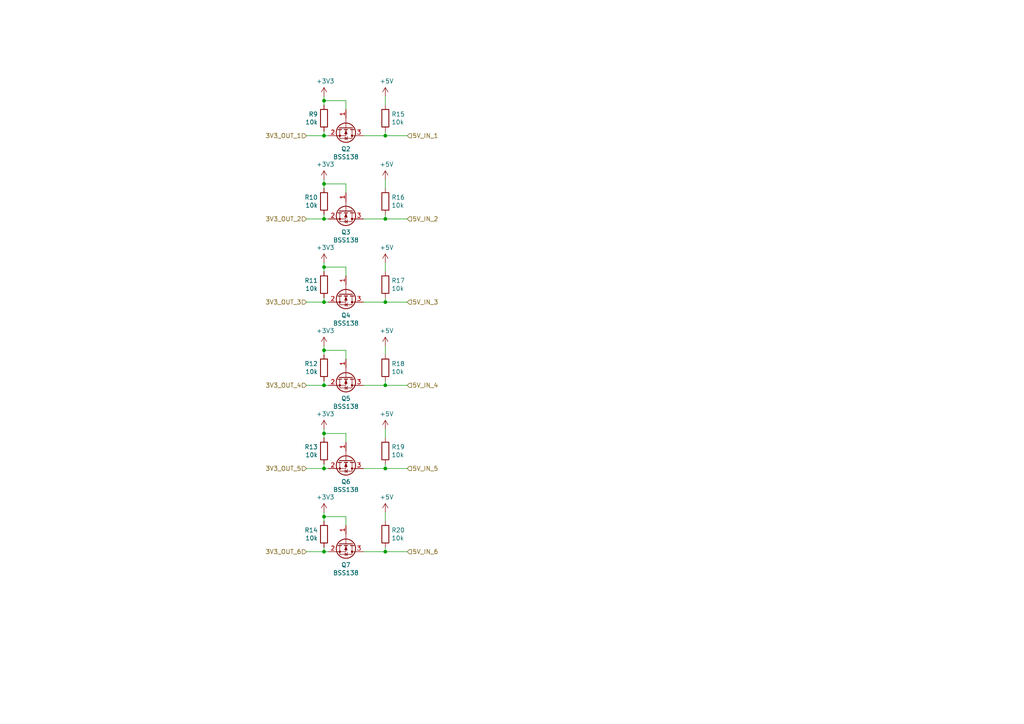
<source format=kicad_sch>
(kicad_sch (version 20211123) (generator eeschema)
  (paper "A4")
  (title_block (title "ESP32 GRBL SUB-D25") (date "2022-12-18") (rev "1.1") (company "Jochen Steinmann") (comment 1 "modified by Tobias Sachs"))
  (lib_symbols
    (symbol "Device:R" (pin_numbers hide) (pin_names (offset 0))
      (property "Reference" "R" (at 2.032 0 90))
      (property "Value" "R" (at 0 0 90))
      (symbol "R_0_1"
        (rectangle (start -1.016 -2.54) (end 1.016 2.54) (stroke (width 0.254)))
      )
      (symbol "R_1_1"
        (pin passive line (at 0 3.81 270) (length 1.27) (name "~") (number "1"))
        (pin passive line (at 0 -3.81 90) (length 1.27) (name "~") (number "2"))
      )
    )
    (symbol "ESP32_GRBL_SUBD-rescue:+3.3V-power" (power) (pin_names (offset 0))
      (property "Value" "+3.3V-power" (at 0 3.556 0))
      (symbol "+3.3V-power_0_1"
        (polyline (pts (xy -0.762 1.27) (xy 0 2.54)))
        (polyline (pts (xy 0 0) (xy 0 2.54)))
        (polyline (pts (xy 0 2.54) (xy 0.762 1.27)))
      )
      (symbol "+3.3V-power_1_1"
        (pin power_in line (at 0 0 90) (length 0) hide (name "+3V3") (number "1"))
      )
    )
    (symbol "Transistor_FET:BSS138" (pin_names hide)
      (property "Reference" "Q" (at 5.08 1.905 0))
      (property "Value" "BSS138" (at 5.08 0 0))
      (symbol "BSS138_0_1"
        (polyline (pts (xy 0.254 0) (xy -2.54 0)))
        (polyline (pts (xy 0.254 1.905) (xy 0.254 -1.905)) (stroke (width 0.254)))
        (polyline (pts (xy 0.762 -1.27) (xy 0.762 -2.286)) (stroke (width 0.254)))
        (polyline (pts (xy 0.762 0.508) (xy 0.762 -0.508)) (stroke (width 0.254)))
        (polyline (pts (xy 0.762 2.286) (xy 0.762 1.27)) (stroke (width 0.254)))
        (polyline (pts (xy 2.54 2.54) (xy 2.54 1.778)))
        (polyline (pts (xy 2.54 -2.54) (xy 2.54 0) (xy 0.762 0)))
        (polyline (pts (xy 0.762 -1.778) (xy 3.302 -1.778) (xy 3.302 1.778) (xy 0.762 1.778)))
        (polyline (pts (xy 1.016 0) (xy 2.032 0.381) (xy 2.032 -0.381) (xy 1.016 0)) (fill (type outline)))
        (polyline (pts (xy 2.794 0.508) (xy 2.921 0.381) (xy 3.683 0.381) (xy 3.81 0.254)))
        (polyline (pts (xy 3.302 0.381) (xy 2.921 -0.254) (xy 3.683 -0.254) (xy 3.302 0.381)))
        (circle (center 1.651 0) (radius 2.794) (stroke (width 0.254)))
        (circle (center 2.54 -1.778) (radius 0.254) (fill (type outline)))
        (circle (center 2.54 1.778) (radius 0.254) (fill (type outline)))
      )
      (symbol "BSS138_1_1"
        (pin input line (at -5.08 0 0) (length 2.54) (name "G") (number "1"))
        (pin passive line (at 2.54 -5.08 90) (length 2.54) (name "S") (number "2"))
        (pin passive line (at 2.54 5.08 270) (length 2.54) (name "D") (number "3"))
      )
    )
    (symbol "power:+5V" (power) (pin_names (offset 0))
      (property "Value" "+5V" (at 0 3.556 0))
      (symbol "+5V_0_1"
        (polyline (pts (xy -0.762 1.27) (xy 0 2.54)))
        (polyline (pts (xy 0 0) (xy 0 2.54)))
        (polyline (pts (xy 0 2.54) (xy 0.762 1.27)))
      )
      (symbol "+5V_1_1"
        (pin power_in line (at 0 0 90) (length 0) hide (name "+5V") (number "1"))
      )
    )
  )
  (junction (at 93.98 87.63))
  (junction (at 111.76 111.76))
  (junction (at 93.98 63.5))
  (junction (at 111.76 39.37))
  (junction (at 93.98 160.02))
  (junction (at 93.98 53.34))
  (junction (at 93.98 39.37))
  (junction (at 111.76 87.63))
  (junction (at 93.98 125.73))
  (junction (at 111.76 63.5))
  (junction (at 93.98 135.89))
  (junction (at 93.98 111.76))
  (junction (at 111.76 160.02))
  (junction (at 93.98 149.86))
  (junction (at 93.98 77.47))
  (junction (at 93.98 101.6))
  (junction (at 93.98 29.21))
  (junction (at 111.76 135.89))
  (wire (pts (xy 93.98 77.47) (xy 100.33 77.47)))
  (wire (pts (xy 93.98 76.2) (xy 93.98 77.47)))
  (wire (pts (xy 111.76 87.63) (xy 111.76 86.36)))
  (wire (pts (xy 111.76 135.89) (xy 111.76 134.62)))
  (wire (pts (xy 105.41 63.5) (xy 111.76 63.5)))
  (wire (pts (xy 100.33 101.6) (xy 100.33 104.14)))
  (wire (pts (xy 105.41 160.02) (xy 111.76 160.02)))
  (wire (pts (xy 93.98 160.02) (xy 93.98 158.75)))
  (wire (pts (xy 93.98 135.89) (xy 88.9 135.89)))
  (wire (pts (xy 93.98 100.33) (xy 93.98 101.6)))
  (wire (pts (xy 100.33 29.21) (xy 100.33 31.75)))
  (wire (pts (xy 111.76 135.89) (xy 118.11 135.89)))
  (wire (pts (xy 93.98 77.47) (xy 93.98 78.74)))
  (wire (pts (xy 93.98 160.02) (xy 88.9 160.02)))
  (wire (pts (xy 111.76 54.61) (xy 111.76 52.07)))
  (wire (pts (xy 105.41 87.63) (xy 111.76 87.63)))
  (wire (pts (xy 111.76 39.37) (xy 111.76 38.1)))
  (wire (pts (xy 100.33 53.34) (xy 100.33 55.88)))
  (wire (pts (xy 93.98 87.63) (xy 88.9 87.63)))
  (wire (pts (xy 93.98 53.34) (xy 93.98 54.61)))
  (wire (pts (xy 111.76 30.48) (xy 111.76 27.94)))
  (wire (pts (xy 93.98 39.37) (xy 88.9 39.37)))
  (wire (pts (xy 93.98 111.76) (xy 88.9 111.76)))
  (wire (pts (xy 93.98 149.86) (xy 100.33 149.86)))
  (wire (pts (xy 111.76 39.37) (xy 118.11 39.37)))
  (wire (pts (xy 105.41 135.89) (xy 111.76 135.89)))
  (wire (pts (xy 95.25 111.76) (xy 93.98 111.76)))
  (wire (pts (xy 93.98 111.76) (xy 93.98 110.49)))
  (wire (pts (xy 93.98 101.6) (xy 93.98 102.87)))
  (wire (pts (xy 93.98 52.07) (xy 93.98 53.34)))
  (wire (pts (xy 93.98 27.94) (xy 93.98 29.21)))
  (wire (pts (xy 100.33 149.86) (xy 100.33 152.4)))
  (wire (pts (xy 111.76 160.02) (xy 111.76 158.75)))
  (wire (pts (xy 93.98 149.86) (xy 93.98 151.13)))
  (wire (pts (xy 111.76 151.13) (xy 111.76 148.59)))
  (wire (pts (xy 111.76 111.76) (xy 118.11 111.76)))
  (wire (pts (xy 93.98 53.34) (xy 100.33 53.34)))
  (wire (pts (xy 111.76 63.5) (xy 118.11 63.5)))
  (wire (pts (xy 93.98 63.5) (xy 88.9 63.5)))
  (wire (pts (xy 105.41 111.76) (xy 111.76 111.76)))
  (wire (pts (xy 93.98 29.21) (xy 93.98 30.48)))
  (wire (pts (xy 93.98 125.73) (xy 100.33 125.73)))
  (wire (pts (xy 111.76 127) (xy 111.76 124.46)))
  (wire (pts (xy 93.98 148.59) (xy 93.98 149.86)))
  (wire (pts (xy 111.76 78.74) (xy 111.76 76.2)))
  (wire (pts (xy 111.76 111.76) (xy 111.76 110.49)))
  (wire (pts (xy 100.33 77.47) (xy 100.33 80.01)))
  (wire (pts (xy 105.41 39.37) (xy 111.76 39.37)))
  (wire (pts (xy 93.98 39.37) (xy 93.98 38.1)))
  (wire (pts (xy 93.98 124.46) (xy 93.98 125.73)))
  (wire (pts (xy 95.25 135.89) (xy 93.98 135.89)))
  (wire (pts (xy 93.98 29.21) (xy 100.33 29.21)))
  (wire (pts (xy 95.25 39.37) (xy 93.98 39.37)))
  (wire (pts (xy 95.25 63.5) (xy 93.98 63.5)))
  (wire (pts (xy 93.98 135.89) (xy 93.98 134.62)))
  (wire (pts (xy 93.98 101.6) (xy 100.33 101.6)))
  (wire (pts (xy 111.76 87.63) (xy 118.11 87.63)))
  (wire (pts (xy 111.76 102.87) (xy 111.76 100.33)))
  (wire (pts (xy 100.33 125.73) (xy 100.33 128.27)))
  (wire (pts (xy 93.98 63.5) (xy 93.98 62.23)))
  (wire (pts (xy 93.98 125.73) (xy 93.98 127)))
  (wire (pts (xy 93.98 87.63) (xy 93.98 86.36)))
  (wire (pts (xy 111.76 63.5) (xy 111.76 62.23)))
  (wire (pts (xy 111.76 160.02) (xy 118.11 160.02)))
  (wire (pts (xy 95.25 87.63) (xy 93.98 87.63)))
  (wire (pts (xy 95.25 160.02) (xy 93.98 160.02)))
  (hierarchical_label "3V3_OUT_2" (shape input) (at 88.9 63.5 180))
  (hierarchical_label "5V_IN_6" (shape input) (at 118.11 160.02 0))
  (hierarchical_label "3V3_OUT_3" (shape input) (at 88.9 87.63 180))
  (hierarchical_label "5V_IN_3" (shape input) (at 118.11 87.63 0))
  (hierarchical_label "3V3_OUT_4" (shape input) (at 88.9 111.76 180))
  (hierarchical_label "3V3_OUT_1" (shape input) (at 88.9 39.37 180))
  (hierarchical_label "5V_IN_5" (shape input) (at 118.11 135.89 0))
  (hierarchical_label "3V3_OUT_5" (shape input) (at 88.9 135.89 180))
  (hierarchical_label "3V3_OUT_6" (shape input) (at 88.9 160.02 180))
  (hierarchical_label "5V_IN_2" (shape input) (at 118.11 63.5 0))
  (hierarchical_label "5V_IN_4" (shape input) (at 118.11 111.76 0))
  (hierarchical_label "5V_IN_1" (shape input) (at 118.11 39.37 0))
  (symbol (lib_id "Transistor_FET:BSS138") (at 100.33 36.83 270) (unit 1)
    (property "Reference" "Q2" (at 100.33 43.2054 90))
    (property "Value" "BSS138" (at 100.33 45.5168 90))
    (property "Footprint" "Package_TO_SOT_SMD:SOT-23" (effects hide))
    (property "Datasheet" "https://www.fairchildsemi.com/datasheets/BS/BSS138.pdf" (effects hide))
  )
  (symbol (lib_id "Device:R") (at 111.76 34.29 0) (unit 1)
    (property "Reference" "R15" (at 113.538 33.1216 0) (effects (justify left)))
    (property "Value" "10k" (at 113.538 35.433 0) (effects (justify left)))
    (property "Footprint" "Resistor_SMD:R_0603_1608Metric" (effects hide))
  )
  (symbol (lib_id "Device:R") (at 93.98 34.29 0) (unit 1)
    (property "Reference" "R9" (at 92.202 33.1216 0) (effects (justify right)))
    (property "Value" "10k" (at 92.202 35.433 0) (effects (justify right)))
    (property "Footprint" "Resistor_SMD:R_0603_1608Metric" (effects hide))
  )
  (symbol (lib_id "ESP32_GRBL_SUBD-rescue:+3.3V-power") (at 93.98 27.94 0) (unit 1)
    (property "Reference" "#PWR032" (effects hide))
    (property "Value" "+3.3V" (at 94.361 23.5458 0))
  )
  (symbol (lib_id "power:+5V") (at 111.76 27.94 0) (unit 1)
    (property "Reference" "#PWR038" (effects hide))
    (property "Value" "+5V" (at 112.141 23.5458 0))
  )
  (symbol (lib_id "Transistor_FET:BSS138") (at 100.33 60.96 270) (unit 1)
    (property "Reference" "Q3" (at 100.33 67.3354 90))
    (property "Value" "BSS138" (at 100.33 69.6468 90))
    (property "Footprint" "Package_TO_SOT_SMD:SOT-23" (effects hide))
    (property "Datasheet" "https://www.fairchildsemi.com/datasheets/BS/BSS138.pdf" (effects hide))
  )
  (symbol (lib_id "Device:R") (at 111.76 58.42 0) (unit 1)
    (property "Reference" "R16" (at 113.538 57.2516 0) (effects (justify left)))
    (property "Value" "10k" (at 113.538 59.563 0) (effects (justify left)))
    (property "Footprint" "Resistor_SMD:R_0603_1608Metric" (effects hide))
  )
  (symbol (lib_id "Device:R") (at 93.98 58.42 0) (unit 1)
    (property "Reference" "R10" (at 92.202 57.2516 0) (effects (justify right)))
    (property "Value" "10k" (at 92.202 59.563 0) (effects (justify right)))
    (property "Footprint" "Resistor_SMD:R_0603_1608Metric" (effects hide))
  )
  (symbol (lib_id "ESP32_GRBL_SUBD-rescue:+3.3V-power") (at 93.98 52.07 0) (unit 1)
    (property "Reference" "#PWR033" (effects hide))
    (property "Value" "+3.3V" (at 94.361 47.6758 0))
  )
  (symbol (lib_id "power:+5V") (at 111.76 52.07 0) (unit 1)
    (property "Reference" "#PWR039" (effects hide))
    (property "Value" "+5V" (at 112.141 47.6758 0))
  )
  (symbol (lib_id "Transistor_FET:BSS138") (at 100.33 85.09 270) (unit 1)
    (property "Reference" "Q4" (at 100.33 91.4654 90))
    (property "Value" "BSS138" (at 100.33 93.7768 90))
    (property "Footprint" "Package_TO_SOT_SMD:SOT-23" (effects hide))
    (property "Datasheet" "https://www.fairchildsemi.com/datasheets/BS/BSS138.pdf" (effects hide))
  )
  (symbol (lib_id "Device:R") (at 111.76 82.55 0) (unit 1)
    (property "Reference" "R17" (at 113.538 81.3816 0) (effects (justify left)))
    (property "Value" "10k" (at 113.538 83.693 0) (effects (justify left)))
    (property "Footprint" "Resistor_SMD:R_0603_1608Metric" (effects hide))
  )
  (symbol (lib_id "Device:R") (at 93.98 82.55 0) (unit 1)
    (property "Reference" "R11" (at 92.202 81.3816 0) (effects (justify right)))
    (property "Value" "10k" (at 92.202 83.693 0) (effects (justify right)))
    (property "Footprint" "Resistor_SMD:R_0603_1608Metric" (effects hide))
  )
  (symbol (lib_id "ESP32_GRBL_SUBD-rescue:+3.3V-power") (at 93.98 76.2 0) (unit 1)
    (property "Reference" "#PWR034" (effects hide))
    (property "Value" "+3.3V" (at 94.361 71.8058 0))
  )
  (symbol (lib_id "power:+5V") (at 111.76 76.2 0) (unit 1)
    (property "Reference" "#PWR040" (effects hide))
    (property "Value" "+5V" (at 112.141 71.8058 0))
  )
  (symbol (lib_id "Transistor_FET:BSS138") (at 100.33 109.22 270) (unit 1)
    (property "Reference" "Q5" (at 100.33 115.5954 90))
    (property "Value" "BSS138" (at 100.33 117.9068 90))
    (property "Footprint" "Package_TO_SOT_SMD:SOT-23" (effects hide))
    (property "Datasheet" "https://www.fairchildsemi.com/datasheets/BS/BSS138.pdf" (effects hide))
  )
  (symbol (lib_id "Device:R") (at 111.76 106.68 0) (unit 1)
    (property "Reference" "R18" (at 113.538 105.5116 0) (effects (justify left)))
    (property "Value" "10k" (at 113.538 107.823 0) (effects (justify left)))
    (property "Footprint" "Resistor_SMD:R_0603_1608Metric" (effects hide))
  )
  (symbol (lib_id "Device:R") (at 93.98 106.68 0) (unit 1)
    (property "Reference" "R12" (at 92.202 105.5116 0) (effects (justify right)))
    (property "Value" "10k" (at 92.202 107.823 0) (effects (justify right)))
    (property "Footprint" "Resistor_SMD:R_0603_1608Metric" (effects hide))
  )
  (symbol (lib_id "ESP32_GRBL_SUBD-rescue:+3.3V-power") (at 93.98 100.33 0) (unit 1)
    (property "Reference" "#PWR035" (effects hide))
    (property "Value" "+3.3V" (at 94.361 95.9358 0))
  )
  (symbol (lib_id "power:+5V") (at 111.76 100.33 0) (unit 1)
    (property "Reference" "#PWR041" (effects hide))
    (property "Value" "+5V" (at 112.141 95.9358 0))
  )
  (symbol (lib_id "Transistor_FET:BSS138") (at 100.33 133.35 270) (unit 1)
    (property "Reference" "Q6" (at 100.33 139.7254 90))
    (property "Value" "BSS138" (at 100.33 142.0368 90))
    (property "Footprint" "Package_TO_SOT_SMD:SOT-23" (effects hide))
    (property "Datasheet" "https://www.fairchildsemi.com/datasheets/BS/BSS138.pdf" (effects hide))
  )
  (symbol (lib_id "Device:R") (at 111.76 130.81 0) (unit 1)
    (property "Reference" "R19" (at 113.538 129.6416 0) (effects (justify left)))
    (property "Value" "10k" (at 113.538 131.953 0) (effects (justify left)))
    (property "Footprint" "Resistor_SMD:R_0603_1608Metric" (effects hide))
  )
  (symbol (lib_id "Device:R") (at 93.98 130.81 0) (unit 1)
    (property "Reference" "R13" (at 92.202 129.6416 0) (effects (justify right)))
    (property "Value" "10k" (at 92.202 131.953 0) (effects (justify right)))
    (property "Footprint" "Resistor_SMD:R_0603_1608Metric" (effects hide))
  )
  (symbol (lib_id "ESP32_GRBL_SUBD-rescue:+3.3V-power") (at 93.98 124.46 0) (unit 1)
    (property "Reference" "#PWR036" (effects hide))
    (property "Value" "+3.3V" (at 94.361 120.0658 0))
  )
  (symbol (lib_id "power:+5V") (at 111.76 124.46 0) (unit 1)
    (property "Reference" "#PWR042" (effects hide))
    (property "Value" "+5V" (at 112.141 120.0658 0))
  )
  (symbol (lib_id "Transistor_FET:BSS138") (at 100.33 157.48 270) (unit 1)
    (property "Reference" "Q7" (at 100.33 163.8554 90))
    (property "Value" "BSS138" (at 100.33 166.1668 90))
    (property "Footprint" "Package_TO_SOT_SMD:SOT-23" (effects hide))
    (property "Datasheet" "https://www.fairchildsemi.com/datasheets/BS/BSS138.pdf" (effects hide))
  )
  (symbol (lib_id "Device:R") (at 111.76 154.94 0) (unit 1)
    (property "Reference" "R20" (at 113.538 153.7716 0) (effects (justify left)))
    (property "Value" "10k" (at 113.538 156.083 0) (effects (justify left)))
    (property "Footprint" "Resistor_SMD:R_0603_1608Metric" (effects hide))
  )
  (symbol (lib_id "Device:R") (at 93.98 154.94 0) (unit 1)
    (property "Reference" "R14" (at 92.202 153.7716 0) (effects (justify right)))
    (property "Value" "10k" (at 92.202 156.083 0) (effects (justify right)))
    (property "Footprint" "Resistor_SMD:R_0603_1608Metric" (effects hide))
  )
  (symbol (lib_id "ESP32_GRBL_SUBD-rescue:+3.3V-power") (at 93.98 148.59 0) (unit 1)
    (property "Reference" "#PWR037" (effects hide))
    (property "Value" "+3.3V" (at 94.361 144.1958 0))
  )
  (symbol (lib_id "power:+5V") (at 111.76 148.59 0) (unit 1)
    (property "Reference" "#PWR043" (effects hide))
    (property "Value" "+5V" (at 112.141 144.1958 0))
  )
)
</source>
